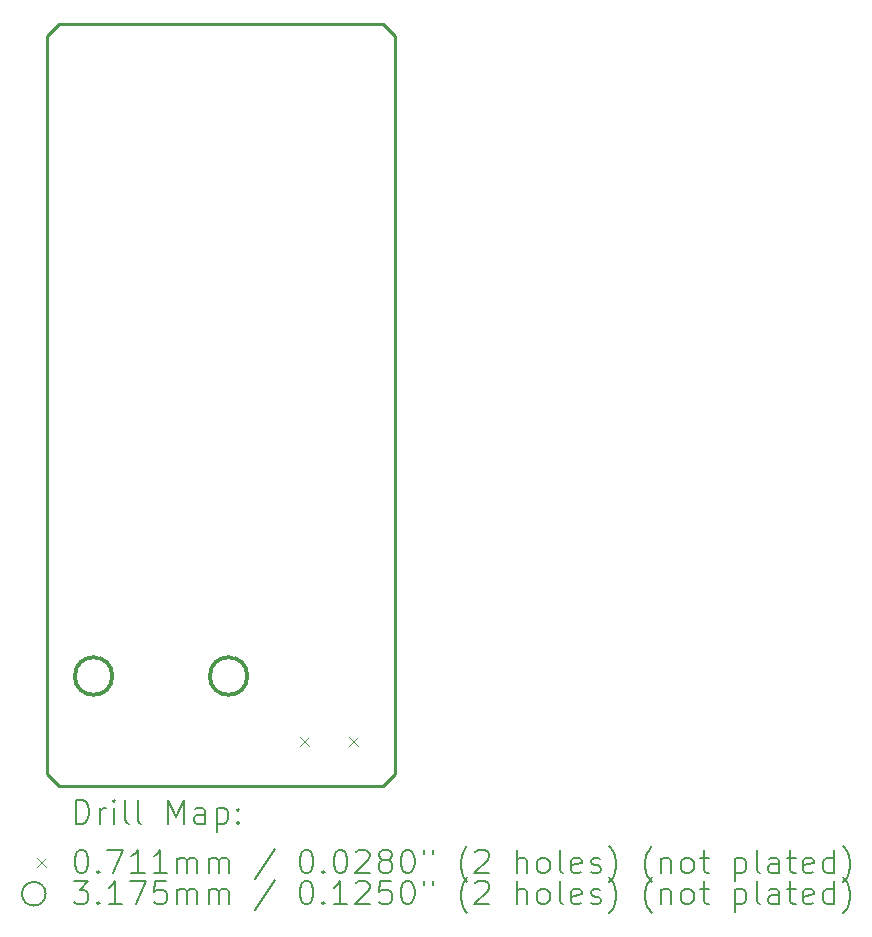
<source format=gbr>
%FSLAX45Y45*%
G04 Gerber Fmt 4.5, Leading zero omitted, Abs format (unit mm)*
G04 Created by KiCad (PCBNEW 6.0.5-a6ca702e91~116~ubuntu20.04.1) date 2024-03-02 15:14:04*
%MOMM*%
%LPD*%
G01*
G04 APERTURE LIST*
%TA.AperFunction,Profile*%
%ADD10C,0.254000*%
%TD*%
%ADD11C,0.200000*%
%ADD12C,0.071120*%
%ADD13C,0.317500*%
G04 APERTURE END LIST*
D10*
X2946400Y6350000D02*
X2844800Y6451600D01*
X0Y6350000D02*
X0Y101600D01*
X101600Y6451600D02*
X0Y6350000D01*
X101600Y0D02*
X0Y101600D01*
X2946400Y101600D02*
X2946400Y6350000D01*
X101600Y0D02*
X2844800Y0D01*
X2844800Y6451600D02*
X101600Y6451600D01*
X2844800Y0D02*
X2946400Y101600D01*
D11*
D12*
X2143760Y408940D02*
X2214880Y337820D01*
X2214880Y408940D02*
X2143760Y337820D01*
X2560320Y408940D02*
X2631440Y337820D01*
X2631440Y408940D02*
X2560320Y337820D01*
D13*
X552450Y926897D02*
G75*
G03*
X552450Y926897I-158750J0D01*
G01*
X1695450Y926897D02*
G75*
G03*
X1695450Y926897I-158750J0D01*
G01*
D11*
X244919Y-323176D02*
X244919Y-123176D01*
X292538Y-123176D01*
X321110Y-132700D01*
X340157Y-151748D01*
X349681Y-170795D01*
X359205Y-208890D01*
X359205Y-237462D01*
X349681Y-275557D01*
X340157Y-294605D01*
X321110Y-313652D01*
X292538Y-323176D01*
X244919Y-323176D01*
X444919Y-323176D02*
X444919Y-189843D01*
X444919Y-227938D02*
X454443Y-208890D01*
X463967Y-199367D01*
X483014Y-189843D01*
X502062Y-189843D01*
X568729Y-323176D02*
X568729Y-189843D01*
X568729Y-123176D02*
X559205Y-132700D01*
X568729Y-142224D01*
X578252Y-132700D01*
X568729Y-123176D01*
X568729Y-142224D01*
X692538Y-323176D02*
X673490Y-313652D01*
X663967Y-294605D01*
X663967Y-123176D01*
X797300Y-323176D02*
X778252Y-313652D01*
X768728Y-294605D01*
X768728Y-123176D01*
X1025871Y-323176D02*
X1025871Y-123176D01*
X1092538Y-266033D01*
X1159205Y-123176D01*
X1159205Y-323176D01*
X1340157Y-323176D02*
X1340157Y-218414D01*
X1330633Y-199367D01*
X1311586Y-189843D01*
X1273490Y-189843D01*
X1254443Y-199367D01*
X1340157Y-313652D02*
X1321110Y-323176D01*
X1273490Y-323176D01*
X1254443Y-313652D01*
X1244919Y-294605D01*
X1244919Y-275557D01*
X1254443Y-256509D01*
X1273490Y-246986D01*
X1321110Y-246986D01*
X1340157Y-237462D01*
X1435395Y-189843D02*
X1435395Y-389843D01*
X1435395Y-199367D02*
X1454443Y-189843D01*
X1492538Y-189843D01*
X1511586Y-199367D01*
X1521109Y-208890D01*
X1530633Y-227938D01*
X1530633Y-285081D01*
X1521109Y-304129D01*
X1511586Y-313652D01*
X1492538Y-323176D01*
X1454443Y-323176D01*
X1435395Y-313652D01*
X1616348Y-304129D02*
X1625871Y-313652D01*
X1616348Y-323176D01*
X1606824Y-313652D01*
X1616348Y-304129D01*
X1616348Y-323176D01*
X1616348Y-199367D02*
X1625871Y-208890D01*
X1616348Y-218414D01*
X1606824Y-208890D01*
X1616348Y-199367D01*
X1616348Y-218414D01*
D12*
X-83820Y-617140D02*
X-12700Y-688260D01*
X-12700Y-617140D02*
X-83820Y-688260D01*
D11*
X283014Y-543176D02*
X302062Y-543176D01*
X321110Y-552700D01*
X330633Y-562224D01*
X340157Y-581271D01*
X349681Y-619367D01*
X349681Y-666986D01*
X340157Y-705081D01*
X330633Y-724128D01*
X321110Y-733652D01*
X302062Y-743176D01*
X283014Y-743176D01*
X263967Y-733652D01*
X254443Y-724128D01*
X244919Y-705081D01*
X235395Y-666986D01*
X235395Y-619367D01*
X244919Y-581271D01*
X254443Y-562224D01*
X263967Y-552700D01*
X283014Y-543176D01*
X435395Y-724128D02*
X444919Y-733652D01*
X435395Y-743176D01*
X425871Y-733652D01*
X435395Y-724128D01*
X435395Y-743176D01*
X511586Y-543176D02*
X644919Y-543176D01*
X559205Y-743176D01*
X825871Y-743176D02*
X711586Y-743176D01*
X768728Y-743176D02*
X768728Y-543176D01*
X749681Y-571748D01*
X730633Y-590795D01*
X711586Y-600319D01*
X1016348Y-743176D02*
X902062Y-743176D01*
X959205Y-743176D02*
X959205Y-543176D01*
X940157Y-571748D01*
X921109Y-590795D01*
X902062Y-600319D01*
X1102062Y-743176D02*
X1102062Y-609843D01*
X1102062Y-628890D02*
X1111586Y-619367D01*
X1130633Y-609843D01*
X1159205Y-609843D01*
X1178252Y-619367D01*
X1187776Y-638414D01*
X1187776Y-743176D01*
X1187776Y-638414D02*
X1197300Y-619367D01*
X1216348Y-609843D01*
X1244919Y-609843D01*
X1263967Y-619367D01*
X1273490Y-638414D01*
X1273490Y-743176D01*
X1368729Y-743176D02*
X1368729Y-609843D01*
X1368729Y-628890D02*
X1378252Y-619367D01*
X1397300Y-609843D01*
X1425871Y-609843D01*
X1444919Y-619367D01*
X1454443Y-638414D01*
X1454443Y-743176D01*
X1454443Y-638414D02*
X1463967Y-619367D01*
X1483014Y-609843D01*
X1511586Y-609843D01*
X1530633Y-619367D01*
X1540157Y-638414D01*
X1540157Y-743176D01*
X1930633Y-533652D02*
X1759205Y-790795D01*
X2187776Y-543176D02*
X2206824Y-543176D01*
X2225871Y-552700D01*
X2235395Y-562224D01*
X2244919Y-581271D01*
X2254443Y-619367D01*
X2254443Y-666986D01*
X2244919Y-705081D01*
X2235395Y-724128D01*
X2225871Y-733652D01*
X2206824Y-743176D01*
X2187776Y-743176D01*
X2168729Y-733652D01*
X2159205Y-724128D01*
X2149681Y-705081D01*
X2140157Y-666986D01*
X2140157Y-619367D01*
X2149681Y-581271D01*
X2159205Y-562224D01*
X2168729Y-552700D01*
X2187776Y-543176D01*
X2340157Y-724128D02*
X2349681Y-733652D01*
X2340157Y-743176D01*
X2330633Y-733652D01*
X2340157Y-724128D01*
X2340157Y-743176D01*
X2473490Y-543176D02*
X2492538Y-543176D01*
X2511586Y-552700D01*
X2521110Y-562224D01*
X2530633Y-581271D01*
X2540157Y-619367D01*
X2540157Y-666986D01*
X2530633Y-705081D01*
X2521110Y-724128D01*
X2511586Y-733652D01*
X2492538Y-743176D01*
X2473490Y-743176D01*
X2454443Y-733652D01*
X2444919Y-724128D01*
X2435395Y-705081D01*
X2425871Y-666986D01*
X2425871Y-619367D01*
X2435395Y-581271D01*
X2444919Y-562224D01*
X2454443Y-552700D01*
X2473490Y-543176D01*
X2616348Y-562224D02*
X2625871Y-552700D01*
X2644919Y-543176D01*
X2692538Y-543176D01*
X2711586Y-552700D01*
X2721110Y-562224D01*
X2730633Y-581271D01*
X2730633Y-600319D01*
X2721110Y-628890D01*
X2606824Y-743176D01*
X2730633Y-743176D01*
X2844919Y-628890D02*
X2825871Y-619367D01*
X2816348Y-609843D01*
X2806824Y-590795D01*
X2806824Y-581271D01*
X2816348Y-562224D01*
X2825871Y-552700D01*
X2844919Y-543176D01*
X2883014Y-543176D01*
X2902062Y-552700D01*
X2911586Y-562224D01*
X2921109Y-581271D01*
X2921109Y-590795D01*
X2911586Y-609843D01*
X2902062Y-619367D01*
X2883014Y-628890D01*
X2844919Y-628890D01*
X2825871Y-638414D01*
X2816348Y-647938D01*
X2806824Y-666986D01*
X2806824Y-705081D01*
X2816348Y-724128D01*
X2825871Y-733652D01*
X2844919Y-743176D01*
X2883014Y-743176D01*
X2902062Y-733652D01*
X2911586Y-724128D01*
X2921109Y-705081D01*
X2921109Y-666986D01*
X2911586Y-647938D01*
X2902062Y-638414D01*
X2883014Y-628890D01*
X3044919Y-543176D02*
X3063967Y-543176D01*
X3083014Y-552700D01*
X3092538Y-562224D01*
X3102062Y-581271D01*
X3111586Y-619367D01*
X3111586Y-666986D01*
X3102062Y-705081D01*
X3092538Y-724128D01*
X3083014Y-733652D01*
X3063967Y-743176D01*
X3044919Y-743176D01*
X3025871Y-733652D01*
X3016348Y-724128D01*
X3006824Y-705081D01*
X2997300Y-666986D01*
X2997300Y-619367D01*
X3006824Y-581271D01*
X3016348Y-562224D01*
X3025871Y-552700D01*
X3044919Y-543176D01*
X3187776Y-543176D02*
X3187776Y-581271D01*
X3263967Y-543176D02*
X3263967Y-581271D01*
X3559205Y-819367D02*
X3549681Y-809843D01*
X3530633Y-781271D01*
X3521109Y-762224D01*
X3511586Y-733652D01*
X3502062Y-686033D01*
X3502062Y-647938D01*
X3511586Y-600319D01*
X3521109Y-571748D01*
X3530633Y-552700D01*
X3549681Y-524128D01*
X3559205Y-514605D01*
X3625871Y-562224D02*
X3635395Y-552700D01*
X3654443Y-543176D01*
X3702062Y-543176D01*
X3721109Y-552700D01*
X3730633Y-562224D01*
X3740157Y-581271D01*
X3740157Y-600319D01*
X3730633Y-628890D01*
X3616348Y-743176D01*
X3740157Y-743176D01*
X3978252Y-743176D02*
X3978252Y-543176D01*
X4063967Y-743176D02*
X4063967Y-638414D01*
X4054443Y-619367D01*
X4035395Y-609843D01*
X4006824Y-609843D01*
X3987776Y-619367D01*
X3978252Y-628890D01*
X4187776Y-743176D02*
X4168728Y-733652D01*
X4159205Y-724128D01*
X4149681Y-705081D01*
X4149681Y-647938D01*
X4159205Y-628890D01*
X4168728Y-619367D01*
X4187776Y-609843D01*
X4216348Y-609843D01*
X4235395Y-619367D01*
X4244919Y-628890D01*
X4254443Y-647938D01*
X4254443Y-705081D01*
X4244919Y-724128D01*
X4235395Y-733652D01*
X4216348Y-743176D01*
X4187776Y-743176D01*
X4368729Y-743176D02*
X4349681Y-733652D01*
X4340157Y-714605D01*
X4340157Y-543176D01*
X4521110Y-733652D02*
X4502062Y-743176D01*
X4463967Y-743176D01*
X4444919Y-733652D01*
X4435395Y-714605D01*
X4435395Y-638414D01*
X4444919Y-619367D01*
X4463967Y-609843D01*
X4502062Y-609843D01*
X4521110Y-619367D01*
X4530633Y-638414D01*
X4530633Y-657462D01*
X4435395Y-676510D01*
X4606824Y-733652D02*
X4625871Y-743176D01*
X4663967Y-743176D01*
X4683014Y-733652D01*
X4692538Y-714605D01*
X4692538Y-705081D01*
X4683014Y-686033D01*
X4663967Y-676510D01*
X4635395Y-676510D01*
X4616348Y-666986D01*
X4606824Y-647938D01*
X4606824Y-638414D01*
X4616348Y-619367D01*
X4635395Y-609843D01*
X4663967Y-609843D01*
X4683014Y-619367D01*
X4759205Y-819367D02*
X4768729Y-809843D01*
X4787776Y-781271D01*
X4797300Y-762224D01*
X4806824Y-733652D01*
X4816348Y-686033D01*
X4816348Y-647938D01*
X4806824Y-600319D01*
X4797300Y-571748D01*
X4787776Y-552700D01*
X4768729Y-524128D01*
X4759205Y-514605D01*
X5121110Y-819367D02*
X5111586Y-809843D01*
X5092538Y-781271D01*
X5083014Y-762224D01*
X5073490Y-733652D01*
X5063967Y-686033D01*
X5063967Y-647938D01*
X5073490Y-600319D01*
X5083014Y-571748D01*
X5092538Y-552700D01*
X5111586Y-524128D01*
X5121110Y-514605D01*
X5197300Y-609843D02*
X5197300Y-743176D01*
X5197300Y-628890D02*
X5206824Y-619367D01*
X5225871Y-609843D01*
X5254443Y-609843D01*
X5273490Y-619367D01*
X5283014Y-638414D01*
X5283014Y-743176D01*
X5406824Y-743176D02*
X5387776Y-733652D01*
X5378252Y-724128D01*
X5368729Y-705081D01*
X5368729Y-647938D01*
X5378252Y-628890D01*
X5387776Y-619367D01*
X5406824Y-609843D01*
X5435395Y-609843D01*
X5454443Y-619367D01*
X5463967Y-628890D01*
X5473490Y-647938D01*
X5473490Y-705081D01*
X5463967Y-724128D01*
X5454443Y-733652D01*
X5435395Y-743176D01*
X5406824Y-743176D01*
X5530633Y-609843D02*
X5606824Y-609843D01*
X5559205Y-543176D02*
X5559205Y-714605D01*
X5568729Y-733652D01*
X5587776Y-743176D01*
X5606824Y-743176D01*
X5825871Y-609843D02*
X5825871Y-809843D01*
X5825871Y-619367D02*
X5844919Y-609843D01*
X5883014Y-609843D01*
X5902062Y-619367D01*
X5911586Y-628890D01*
X5921109Y-647938D01*
X5921109Y-705081D01*
X5911586Y-724128D01*
X5902062Y-733652D01*
X5883014Y-743176D01*
X5844919Y-743176D01*
X5825871Y-733652D01*
X6035395Y-743176D02*
X6016348Y-733652D01*
X6006824Y-714605D01*
X6006824Y-543176D01*
X6197300Y-743176D02*
X6197300Y-638414D01*
X6187776Y-619367D01*
X6168728Y-609843D01*
X6130633Y-609843D01*
X6111586Y-619367D01*
X6197300Y-733652D02*
X6178252Y-743176D01*
X6130633Y-743176D01*
X6111586Y-733652D01*
X6102062Y-714605D01*
X6102062Y-695557D01*
X6111586Y-676510D01*
X6130633Y-666986D01*
X6178252Y-666986D01*
X6197300Y-657462D01*
X6263967Y-609843D02*
X6340157Y-609843D01*
X6292538Y-543176D02*
X6292538Y-714605D01*
X6302062Y-733652D01*
X6321109Y-743176D01*
X6340157Y-743176D01*
X6483014Y-733652D02*
X6463967Y-743176D01*
X6425871Y-743176D01*
X6406824Y-733652D01*
X6397300Y-714605D01*
X6397300Y-638414D01*
X6406824Y-619367D01*
X6425871Y-609843D01*
X6463967Y-609843D01*
X6483014Y-619367D01*
X6492538Y-638414D01*
X6492538Y-657462D01*
X6397300Y-676510D01*
X6663967Y-743176D02*
X6663967Y-543176D01*
X6663967Y-733652D02*
X6644919Y-743176D01*
X6606824Y-743176D01*
X6587776Y-733652D01*
X6578252Y-724128D01*
X6568728Y-705081D01*
X6568728Y-647938D01*
X6578252Y-628890D01*
X6587776Y-619367D01*
X6606824Y-609843D01*
X6644919Y-609843D01*
X6663967Y-619367D01*
X6740157Y-819367D02*
X6749681Y-809843D01*
X6768728Y-781271D01*
X6778252Y-762224D01*
X6787776Y-733652D01*
X6797300Y-686033D01*
X6797300Y-647938D01*
X6787776Y-600319D01*
X6778252Y-571748D01*
X6768728Y-552700D01*
X6749681Y-524128D01*
X6740157Y-514605D01*
X-12700Y-916700D02*
G75*
G03*
X-12700Y-916700I-100000J0D01*
G01*
X225871Y-807176D02*
X349681Y-807176D01*
X283014Y-883367D01*
X311586Y-883367D01*
X330633Y-892890D01*
X340157Y-902414D01*
X349681Y-921462D01*
X349681Y-969081D01*
X340157Y-988128D01*
X330633Y-997652D01*
X311586Y-1007176D01*
X254443Y-1007176D01*
X235395Y-997652D01*
X225871Y-988128D01*
X435395Y-988128D02*
X444919Y-997652D01*
X435395Y-1007176D01*
X425871Y-997652D01*
X435395Y-988128D01*
X435395Y-1007176D01*
X635395Y-1007176D02*
X521109Y-1007176D01*
X578252Y-1007176D02*
X578252Y-807176D01*
X559205Y-835748D01*
X540157Y-854795D01*
X521109Y-864319D01*
X702062Y-807176D02*
X835395Y-807176D01*
X749681Y-1007176D01*
X1006824Y-807176D02*
X911586Y-807176D01*
X902062Y-902414D01*
X911586Y-892890D01*
X930633Y-883367D01*
X978252Y-883367D01*
X997300Y-892890D01*
X1006824Y-902414D01*
X1016348Y-921462D01*
X1016348Y-969081D01*
X1006824Y-988128D01*
X997300Y-997652D01*
X978252Y-1007176D01*
X930633Y-1007176D01*
X911586Y-997652D01*
X902062Y-988128D01*
X1102062Y-1007176D02*
X1102062Y-873843D01*
X1102062Y-892890D02*
X1111586Y-883367D01*
X1130633Y-873843D01*
X1159205Y-873843D01*
X1178252Y-883367D01*
X1187776Y-902414D01*
X1187776Y-1007176D01*
X1187776Y-902414D02*
X1197300Y-883367D01*
X1216348Y-873843D01*
X1244919Y-873843D01*
X1263967Y-883367D01*
X1273490Y-902414D01*
X1273490Y-1007176D01*
X1368729Y-1007176D02*
X1368729Y-873843D01*
X1368729Y-892890D02*
X1378252Y-883367D01*
X1397300Y-873843D01*
X1425871Y-873843D01*
X1444919Y-883367D01*
X1454443Y-902414D01*
X1454443Y-1007176D01*
X1454443Y-902414D02*
X1463967Y-883367D01*
X1483014Y-873843D01*
X1511586Y-873843D01*
X1530633Y-883367D01*
X1540157Y-902414D01*
X1540157Y-1007176D01*
X1930633Y-797652D02*
X1759205Y-1054795D01*
X2187776Y-807176D02*
X2206824Y-807176D01*
X2225871Y-816700D01*
X2235395Y-826224D01*
X2244919Y-845271D01*
X2254443Y-883367D01*
X2254443Y-930986D01*
X2244919Y-969081D01*
X2235395Y-988128D01*
X2225871Y-997652D01*
X2206824Y-1007176D01*
X2187776Y-1007176D01*
X2168729Y-997652D01*
X2159205Y-988128D01*
X2149681Y-969081D01*
X2140157Y-930986D01*
X2140157Y-883367D01*
X2149681Y-845271D01*
X2159205Y-826224D01*
X2168729Y-816700D01*
X2187776Y-807176D01*
X2340157Y-988128D02*
X2349681Y-997652D01*
X2340157Y-1007176D01*
X2330633Y-997652D01*
X2340157Y-988128D01*
X2340157Y-1007176D01*
X2540157Y-1007176D02*
X2425871Y-1007176D01*
X2483014Y-1007176D02*
X2483014Y-807176D01*
X2463967Y-835748D01*
X2444919Y-854795D01*
X2425871Y-864319D01*
X2616348Y-826224D02*
X2625871Y-816700D01*
X2644919Y-807176D01*
X2692538Y-807176D01*
X2711586Y-816700D01*
X2721110Y-826224D01*
X2730633Y-845271D01*
X2730633Y-864319D01*
X2721110Y-892890D01*
X2606824Y-1007176D01*
X2730633Y-1007176D01*
X2911586Y-807176D02*
X2816348Y-807176D01*
X2806824Y-902414D01*
X2816348Y-892890D01*
X2835395Y-883367D01*
X2883014Y-883367D01*
X2902062Y-892890D01*
X2911586Y-902414D01*
X2921109Y-921462D01*
X2921109Y-969081D01*
X2911586Y-988128D01*
X2902062Y-997652D01*
X2883014Y-1007176D01*
X2835395Y-1007176D01*
X2816348Y-997652D01*
X2806824Y-988128D01*
X3044919Y-807176D02*
X3063967Y-807176D01*
X3083014Y-816700D01*
X3092538Y-826224D01*
X3102062Y-845271D01*
X3111586Y-883367D01*
X3111586Y-930986D01*
X3102062Y-969081D01*
X3092538Y-988128D01*
X3083014Y-997652D01*
X3063967Y-1007176D01*
X3044919Y-1007176D01*
X3025871Y-997652D01*
X3016348Y-988128D01*
X3006824Y-969081D01*
X2997300Y-930986D01*
X2997300Y-883367D01*
X3006824Y-845271D01*
X3016348Y-826224D01*
X3025871Y-816700D01*
X3044919Y-807176D01*
X3187776Y-807176D02*
X3187776Y-845271D01*
X3263967Y-807176D02*
X3263967Y-845271D01*
X3559205Y-1083367D02*
X3549681Y-1073843D01*
X3530633Y-1045271D01*
X3521109Y-1026224D01*
X3511586Y-997652D01*
X3502062Y-950033D01*
X3502062Y-911938D01*
X3511586Y-864319D01*
X3521109Y-835748D01*
X3530633Y-816700D01*
X3549681Y-788128D01*
X3559205Y-778605D01*
X3625871Y-826224D02*
X3635395Y-816700D01*
X3654443Y-807176D01*
X3702062Y-807176D01*
X3721109Y-816700D01*
X3730633Y-826224D01*
X3740157Y-845271D01*
X3740157Y-864319D01*
X3730633Y-892890D01*
X3616348Y-1007176D01*
X3740157Y-1007176D01*
X3978252Y-1007176D02*
X3978252Y-807176D01*
X4063967Y-1007176D02*
X4063967Y-902414D01*
X4054443Y-883367D01*
X4035395Y-873843D01*
X4006824Y-873843D01*
X3987776Y-883367D01*
X3978252Y-892890D01*
X4187776Y-1007176D02*
X4168728Y-997652D01*
X4159205Y-988128D01*
X4149681Y-969081D01*
X4149681Y-911938D01*
X4159205Y-892890D01*
X4168728Y-883367D01*
X4187776Y-873843D01*
X4216348Y-873843D01*
X4235395Y-883367D01*
X4244919Y-892890D01*
X4254443Y-911938D01*
X4254443Y-969081D01*
X4244919Y-988128D01*
X4235395Y-997652D01*
X4216348Y-1007176D01*
X4187776Y-1007176D01*
X4368729Y-1007176D02*
X4349681Y-997652D01*
X4340157Y-978605D01*
X4340157Y-807176D01*
X4521110Y-997652D02*
X4502062Y-1007176D01*
X4463967Y-1007176D01*
X4444919Y-997652D01*
X4435395Y-978605D01*
X4435395Y-902414D01*
X4444919Y-883367D01*
X4463967Y-873843D01*
X4502062Y-873843D01*
X4521110Y-883367D01*
X4530633Y-902414D01*
X4530633Y-921462D01*
X4435395Y-940509D01*
X4606824Y-997652D02*
X4625871Y-1007176D01*
X4663967Y-1007176D01*
X4683014Y-997652D01*
X4692538Y-978605D01*
X4692538Y-969081D01*
X4683014Y-950033D01*
X4663967Y-940509D01*
X4635395Y-940509D01*
X4616348Y-930986D01*
X4606824Y-911938D01*
X4606824Y-902414D01*
X4616348Y-883367D01*
X4635395Y-873843D01*
X4663967Y-873843D01*
X4683014Y-883367D01*
X4759205Y-1083367D02*
X4768729Y-1073843D01*
X4787776Y-1045271D01*
X4797300Y-1026224D01*
X4806824Y-997652D01*
X4816348Y-950033D01*
X4816348Y-911938D01*
X4806824Y-864319D01*
X4797300Y-835748D01*
X4787776Y-816700D01*
X4768729Y-788128D01*
X4759205Y-778605D01*
X5121110Y-1083367D02*
X5111586Y-1073843D01*
X5092538Y-1045271D01*
X5083014Y-1026224D01*
X5073490Y-997652D01*
X5063967Y-950033D01*
X5063967Y-911938D01*
X5073490Y-864319D01*
X5083014Y-835748D01*
X5092538Y-816700D01*
X5111586Y-788128D01*
X5121110Y-778605D01*
X5197300Y-873843D02*
X5197300Y-1007176D01*
X5197300Y-892890D02*
X5206824Y-883367D01*
X5225871Y-873843D01*
X5254443Y-873843D01*
X5273490Y-883367D01*
X5283014Y-902414D01*
X5283014Y-1007176D01*
X5406824Y-1007176D02*
X5387776Y-997652D01*
X5378252Y-988128D01*
X5368729Y-969081D01*
X5368729Y-911938D01*
X5378252Y-892890D01*
X5387776Y-883367D01*
X5406824Y-873843D01*
X5435395Y-873843D01*
X5454443Y-883367D01*
X5463967Y-892890D01*
X5473490Y-911938D01*
X5473490Y-969081D01*
X5463967Y-988128D01*
X5454443Y-997652D01*
X5435395Y-1007176D01*
X5406824Y-1007176D01*
X5530633Y-873843D02*
X5606824Y-873843D01*
X5559205Y-807176D02*
X5559205Y-978605D01*
X5568729Y-997652D01*
X5587776Y-1007176D01*
X5606824Y-1007176D01*
X5825871Y-873843D02*
X5825871Y-1073843D01*
X5825871Y-883367D02*
X5844919Y-873843D01*
X5883014Y-873843D01*
X5902062Y-883367D01*
X5911586Y-892890D01*
X5921109Y-911938D01*
X5921109Y-969081D01*
X5911586Y-988128D01*
X5902062Y-997652D01*
X5883014Y-1007176D01*
X5844919Y-1007176D01*
X5825871Y-997652D01*
X6035395Y-1007176D02*
X6016348Y-997652D01*
X6006824Y-978605D01*
X6006824Y-807176D01*
X6197300Y-1007176D02*
X6197300Y-902414D01*
X6187776Y-883367D01*
X6168728Y-873843D01*
X6130633Y-873843D01*
X6111586Y-883367D01*
X6197300Y-997652D02*
X6178252Y-1007176D01*
X6130633Y-1007176D01*
X6111586Y-997652D01*
X6102062Y-978605D01*
X6102062Y-959557D01*
X6111586Y-940509D01*
X6130633Y-930986D01*
X6178252Y-930986D01*
X6197300Y-921462D01*
X6263967Y-873843D02*
X6340157Y-873843D01*
X6292538Y-807176D02*
X6292538Y-978605D01*
X6302062Y-997652D01*
X6321109Y-1007176D01*
X6340157Y-1007176D01*
X6483014Y-997652D02*
X6463967Y-1007176D01*
X6425871Y-1007176D01*
X6406824Y-997652D01*
X6397300Y-978605D01*
X6397300Y-902414D01*
X6406824Y-883367D01*
X6425871Y-873843D01*
X6463967Y-873843D01*
X6483014Y-883367D01*
X6492538Y-902414D01*
X6492538Y-921462D01*
X6397300Y-940509D01*
X6663967Y-1007176D02*
X6663967Y-807176D01*
X6663967Y-997652D02*
X6644919Y-1007176D01*
X6606824Y-1007176D01*
X6587776Y-997652D01*
X6578252Y-988128D01*
X6568728Y-969081D01*
X6568728Y-911938D01*
X6578252Y-892890D01*
X6587776Y-883367D01*
X6606824Y-873843D01*
X6644919Y-873843D01*
X6663967Y-883367D01*
X6740157Y-1083367D02*
X6749681Y-1073843D01*
X6768728Y-1045271D01*
X6778252Y-1026224D01*
X6787776Y-997652D01*
X6797300Y-950033D01*
X6797300Y-911938D01*
X6787776Y-864319D01*
X6778252Y-835748D01*
X6768728Y-816700D01*
X6749681Y-788128D01*
X6740157Y-778605D01*
M02*

</source>
